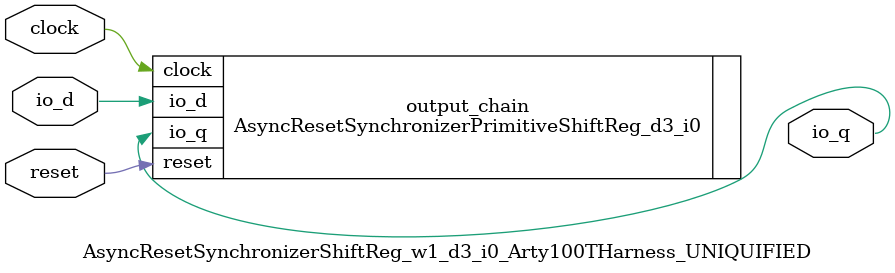
<source format=sv>
module AsyncResetSynchronizerShiftReg_w1_d3_i0_Arty100THarness_UNIQUIFIED(	// @[generators/rocket-chip/src/main/scala/util/SynchronizerReg.scala:80:7]
  input  clock,	// @[generators/rocket-chip/src/main/scala/util/SynchronizerReg.scala:80:7]
  input  reset,	// @[generators/rocket-chip/src/main/scala/util/SynchronizerReg.scala:80:7]
  input  io_d,	// @[generators/rocket-chip/src/main/scala/util/ShiftReg.scala:36:14]
  output io_q	// @[generators/rocket-chip/src/main/scala/util/ShiftReg.scala:36:14]
);

  AsyncResetSynchronizerPrimitiveShiftReg_d3_i0 output_chain (	// @[generators/rocket-chip/src/main/scala/util/ShiftReg.scala:45:23]
    .clock (clock),
    .reset (reset),
    .io_d  (io_d),
    .io_q  (io_q)
  );	// @[generators/rocket-chip/src/main/scala/util/ShiftReg.scala:45:23]
endmodule


</source>
